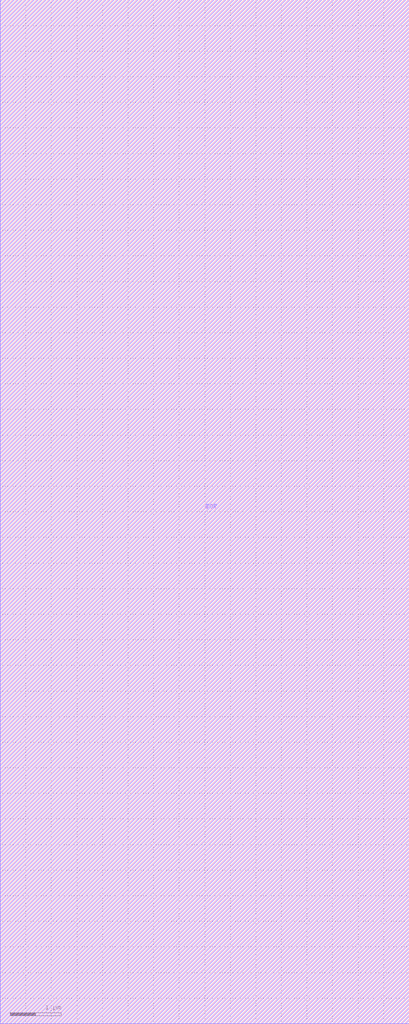
<source format=lef>
VERSION 5.7 ;
  NOWIREEXTENSIONATPIN ON ;
  DIVIDERCHAR "/" ;
  BUSBITCHARS "[]" ;
MACRO DCDC_CAP_UNIT
  CLASS BLOCK ;
  FOREIGN DCDC_CAP_UNIT ;
  ORIGIN 0.000 0.000 ;
  SIZE 8.000 BY 20.000 ;
  PIN TOP
    PORT
      LAYER met4 ;
        RECT 0.000 0.000 8.000 20.000 ;
    END
  END TOP
  PIN BOT
    PORT
      LAYER met3 ;
        RECT 0.000 0.000 8.000 20.000 ;
    END
  END BOT
END DCDC_CAP_UNIT
END LIBRARY


</source>
